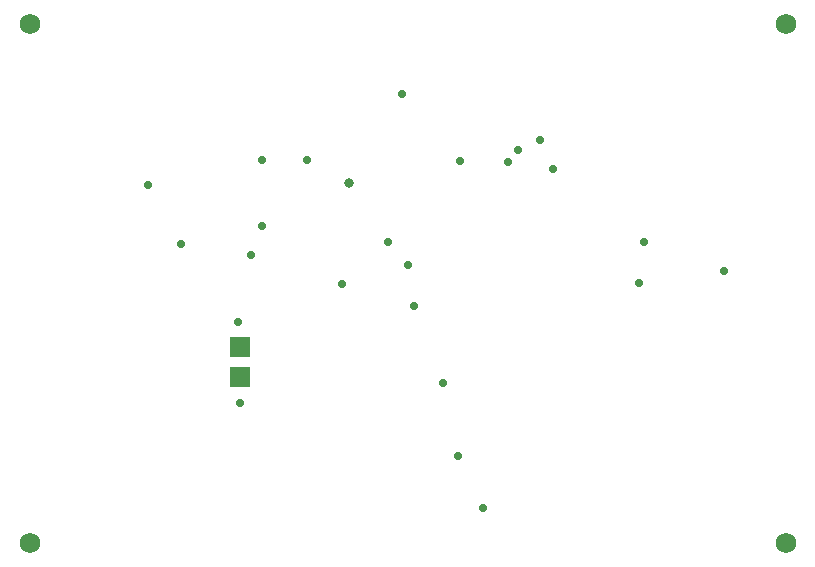
<source format=gbs>
G04*
G04 #@! TF.GenerationSoftware,Altium Limited,Altium Designer,18.1.7 (191)*
G04*
G04 Layer_Color=16711935*
%FSLAX25Y25*%
%MOIN*%
G70*
G01*
G75*
%ADD41R,0.07099X0.07099*%
%ADD42C,0.06800*%
%ADD50C,0.02769*%
%ADD51C,0.03162*%
D41*
X69968Y55339D02*
D03*
Y65339D02*
D03*
D42*
X251969Y173228D02*
D03*
Y0D02*
D03*
X0Y173228D02*
D03*
Y0D02*
D03*
D50*
X69968Y46839D02*
D03*
X159449Y126969D02*
D03*
X73709Y96098D02*
D03*
X162787Y130957D02*
D03*
X204724Y100339D02*
D03*
X202969Y86870D02*
D03*
X125984Y92776D02*
D03*
X128141Y78996D02*
D03*
X92469Y127839D02*
D03*
X77469D02*
D03*
X137795Y53339D02*
D03*
X231469Y90839D02*
D03*
X119468Y100339D02*
D03*
X69468Y73839D02*
D03*
X77469Y105839D02*
D03*
X39469Y119339D02*
D03*
X50468Y99839D02*
D03*
X123969Y149839D02*
D03*
X143500Y127307D02*
D03*
X142815Y29185D02*
D03*
X104000Y86402D02*
D03*
X150969Y11839D02*
D03*
X170272Y134441D02*
D03*
X174311Y124776D02*
D03*
D51*
X106468Y120079D02*
D03*
M02*

</source>
